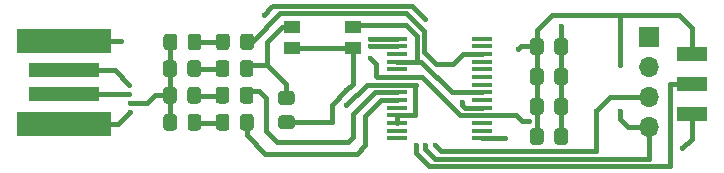
<source format=gbr>
%TF.GenerationSoftware,KiCad,Pcbnew,5.1.6-c6e7f7d~87~ubuntu18.04.1*%
%TF.CreationDate,2020-09-27T19:16:18+01:00*%
%TF.ProjectId,OLED_USB_Stick,4f4c4544-5f55-4534-925f-537469636b2e,rev?*%
%TF.SameCoordinates,Original*%
%TF.FileFunction,Copper,L1,Top*%
%TF.FilePolarity,Positive*%
%FSLAX46Y46*%
G04 Gerber Fmt 4.6, Leading zero omitted, Abs format (unit mm)*
G04 Created by KiCad (PCBNEW 5.1.6-c6e7f7d~87~ubuntu18.04.1) date 2020-09-27 19:16:18*
%MOMM*%
%LPD*%
G01*
G04 APERTURE LIST*
%TA.AperFunction,SMDPad,CuDef*%
%ADD10R,1.450000X1.000000*%
%TD*%
%TA.AperFunction,ComponentPad*%
%ADD11O,1.700000X1.700000*%
%TD*%
%TA.AperFunction,ComponentPad*%
%ADD12R,1.700000X1.700000*%
%TD*%
%TA.AperFunction,SMDPad,CuDef*%
%ADD13R,2.500000X1.200000*%
%TD*%
%TA.AperFunction,SMDPad,CuDef*%
%ADD14R,1.750000X0.450000*%
%TD*%
%TA.AperFunction,SMDPad,CuDef*%
%ADD15R,6.000000X1.200000*%
%TD*%
%TA.AperFunction,SMDPad,CuDef*%
%ADD16R,8.000000X2.000000*%
%TD*%
%TA.AperFunction,ViaPad*%
%ADD17C,0.400000*%
%TD*%
%TA.AperFunction,Conductor*%
%ADD18C,0.400000*%
%TD*%
G04 APERTURE END LIST*
D10*
%TO.P,SW2,1*%
%TO.N,GNDS*%
X153959000Y-74080000D03*
X148809000Y-74080000D03*
%TO.P,SW2,2*%
%TO.N,Net-(C10-Pad1)*%
X148809000Y-75780000D03*
X153959000Y-75780000D03*
%TD*%
%TO.P,R3,2*%
%TO.N,/USB_TO_RS232/SLEEP#*%
%TA.AperFunction,SMDPad,CuDef*%
G36*
G01*
X144417200Y-75748301D02*
X144417200Y-74848299D01*
G75*
G02*
X144667199Y-74598300I249999J0D01*
G01*
X145317201Y-74598300D01*
G75*
G02*
X145567200Y-74848299I0J-249999D01*
G01*
X145567200Y-75748301D01*
G75*
G02*
X145317201Y-75998300I-249999J0D01*
G01*
X144667199Y-75998300D01*
G75*
G02*
X144417200Y-75748301I0J249999D01*
G01*
G37*
%TD.AperFunction*%
%TO.P,R3,1*%
%TO.N,Net-(D3-Pad1)*%
%TA.AperFunction,SMDPad,CuDef*%
G36*
G01*
X142367200Y-75748301D02*
X142367200Y-74848299D01*
G75*
G02*
X142617199Y-74598300I249999J0D01*
G01*
X143267201Y-74598300D01*
G75*
G02*
X143517200Y-74848299I0J-249999D01*
G01*
X143517200Y-75748301D01*
G75*
G02*
X143267201Y-75998300I-249999J0D01*
G01*
X142617199Y-75998300D01*
G75*
G02*
X142367200Y-75748301I0J249999D01*
G01*
G37*
%TD.AperFunction*%
%TD*%
%TO.P,D1,2*%
%TO.N,+5V*%
%TA.AperFunction,SMDPad,CuDef*%
G36*
G01*
X139059500Y-81655499D02*
X139059500Y-82555501D01*
G75*
G02*
X138809501Y-82805500I-249999J0D01*
G01*
X138159499Y-82805500D01*
G75*
G02*
X137909500Y-82555501I0J249999D01*
G01*
X137909500Y-81655499D01*
G75*
G02*
X138159499Y-81405500I249999J0D01*
G01*
X138809501Y-81405500D01*
G75*
G02*
X139059500Y-81655499I0J-249999D01*
G01*
G37*
%TD.AperFunction*%
%TO.P,D1,1*%
%TO.N,Net-(D1-Pad1)*%
%TA.AperFunction,SMDPad,CuDef*%
G36*
G01*
X141109500Y-81655499D02*
X141109500Y-82555501D01*
G75*
G02*
X140859501Y-82805500I-249999J0D01*
G01*
X140209499Y-82805500D01*
G75*
G02*
X139959500Y-82555501I0J249999D01*
G01*
X139959500Y-81655499D01*
G75*
G02*
X140209499Y-81405500I249999J0D01*
G01*
X140859501Y-81405500D01*
G75*
G02*
X141109500Y-81655499I0J-249999D01*
G01*
G37*
%TD.AperFunction*%
%TD*%
%TO.P,R1,2*%
%TO.N,/USB_TO_RS232/TXLED#*%
%TA.AperFunction,SMDPad,CuDef*%
G36*
G01*
X144404500Y-82555501D02*
X144404500Y-81655499D01*
G75*
G02*
X144654499Y-81405500I249999J0D01*
G01*
X145304501Y-81405500D01*
G75*
G02*
X145554500Y-81655499I0J-249999D01*
G01*
X145554500Y-82555501D01*
G75*
G02*
X145304501Y-82805500I-249999J0D01*
G01*
X144654499Y-82805500D01*
G75*
G02*
X144404500Y-82555501I0J249999D01*
G01*
G37*
%TD.AperFunction*%
%TO.P,R1,1*%
%TO.N,Net-(D1-Pad1)*%
%TA.AperFunction,SMDPad,CuDef*%
G36*
G01*
X142354500Y-82555501D02*
X142354500Y-81655499D01*
G75*
G02*
X142604499Y-81405500I249999J0D01*
G01*
X143254501Y-81405500D01*
G75*
G02*
X143504500Y-81655499I0J-249999D01*
G01*
X143504500Y-82555501D01*
G75*
G02*
X143254501Y-82805500I-249999J0D01*
G01*
X142604499Y-82805500D01*
G75*
G02*
X142354500Y-82555501I0J249999D01*
G01*
G37*
%TD.AperFunction*%
%TD*%
%TO.P,R4,2*%
%TO.N,GNDS*%
%TA.AperFunction,SMDPad,CuDef*%
G36*
G01*
X144391800Y-78008901D02*
X144391800Y-77108899D01*
G75*
G02*
X144641799Y-76858900I249999J0D01*
G01*
X145291801Y-76858900D01*
G75*
G02*
X145541800Y-77108899I0J-249999D01*
G01*
X145541800Y-78008901D01*
G75*
G02*
X145291801Y-78258900I-249999J0D01*
G01*
X144641799Y-78258900D01*
G75*
G02*
X144391800Y-78008901I0J249999D01*
G01*
G37*
%TD.AperFunction*%
%TO.P,R4,1*%
%TO.N,Net-(D4-Pad1)*%
%TA.AperFunction,SMDPad,CuDef*%
G36*
G01*
X142341800Y-78008901D02*
X142341800Y-77108899D01*
G75*
G02*
X142591799Y-76858900I249999J0D01*
G01*
X143241801Y-76858900D01*
G75*
G02*
X143491800Y-77108899I0J-249999D01*
G01*
X143491800Y-78008901D01*
G75*
G02*
X143241801Y-78258900I-249999J0D01*
G01*
X142591799Y-78258900D01*
G75*
G02*
X142341800Y-78008901I0J249999D01*
G01*
G37*
%TD.AperFunction*%
%TD*%
%TO.P,R2,2*%
%TO.N,/USB_TO_RS232/RXLED#*%
%TA.AperFunction,SMDPad,CuDef*%
G36*
G01*
X144391800Y-80269501D02*
X144391800Y-79369499D01*
G75*
G02*
X144641799Y-79119500I249999J0D01*
G01*
X145291801Y-79119500D01*
G75*
G02*
X145541800Y-79369499I0J-249999D01*
G01*
X145541800Y-80269501D01*
G75*
G02*
X145291801Y-80519500I-249999J0D01*
G01*
X144641799Y-80519500D01*
G75*
G02*
X144391800Y-80269501I0J249999D01*
G01*
G37*
%TD.AperFunction*%
%TO.P,R2,1*%
%TO.N,Net-(D2-Pad1)*%
%TA.AperFunction,SMDPad,CuDef*%
G36*
G01*
X142341800Y-80269501D02*
X142341800Y-79369499D01*
G75*
G02*
X142591799Y-79119500I249999J0D01*
G01*
X143241801Y-79119500D01*
G75*
G02*
X143491800Y-79369499I0J-249999D01*
G01*
X143491800Y-80269501D01*
G75*
G02*
X143241801Y-80519500I-249999J0D01*
G01*
X142591799Y-80519500D01*
G75*
G02*
X142341800Y-80269501I0J249999D01*
G01*
G37*
%TD.AperFunction*%
%TD*%
D11*
%TO.P,J3,4*%
%TO.N,/MCU/I2C_SDA*%
X179070000Y-82550000D03*
%TO.P,J3,3*%
%TO.N,/MCU/I2C_SCL*%
X179070000Y-80010000D03*
%TO.P,J3,2*%
%TO.N,+5V*%
X179070000Y-77470000D03*
D12*
%TO.P,J3,1*%
%TO.N,GNDS*%
X179070000Y-74930000D03*
%TD*%
D13*
%TO.P,SW1,3*%
%TO.N,+3V3*%
X182676800Y-76301600D03*
%TO.P,SW1,2*%
%TO.N,Net-(SW1-Pad2)*%
X182676800Y-78841600D03*
%TO.P,SW1,1*%
%TO.N,Net-(R5-Pad1)*%
X182676800Y-81381600D03*
%TD*%
%TO.P,D4,2*%
%TO.N,+5V*%
%TA.AperFunction,SMDPad,CuDef*%
G36*
G01*
X139046800Y-77108899D02*
X139046800Y-78008901D01*
G75*
G02*
X138796801Y-78258900I-249999J0D01*
G01*
X138146799Y-78258900D01*
G75*
G02*
X137896800Y-78008901I0J249999D01*
G01*
X137896800Y-77108899D01*
G75*
G02*
X138146799Y-76858900I249999J0D01*
G01*
X138796801Y-76858900D01*
G75*
G02*
X139046800Y-77108899I0J-249999D01*
G01*
G37*
%TD.AperFunction*%
%TO.P,D4,1*%
%TO.N,Net-(D4-Pad1)*%
%TA.AperFunction,SMDPad,CuDef*%
G36*
G01*
X141096800Y-77108899D02*
X141096800Y-78008901D01*
G75*
G02*
X140846801Y-78258900I-249999J0D01*
G01*
X140196799Y-78258900D01*
G75*
G02*
X139946800Y-78008901I0J249999D01*
G01*
X139946800Y-77108899D01*
G75*
G02*
X140196799Y-76858900I249999J0D01*
G01*
X140846801Y-76858900D01*
G75*
G02*
X141096800Y-77108899I0J-249999D01*
G01*
G37*
%TD.AperFunction*%
%TD*%
%TO.P,C10,2*%
%TO.N,GNDS*%
%TA.AperFunction,SMDPad,CuDef*%
G36*
G01*
X148786001Y-80626800D02*
X147885999Y-80626800D01*
G75*
G02*
X147636000Y-80376801I0J249999D01*
G01*
X147636000Y-79726799D01*
G75*
G02*
X147885999Y-79476800I249999J0D01*
G01*
X148786001Y-79476800D01*
G75*
G02*
X149036000Y-79726799I0J-249999D01*
G01*
X149036000Y-80376801D01*
G75*
G02*
X148786001Y-80626800I-249999J0D01*
G01*
G37*
%TD.AperFunction*%
%TO.P,C10,1*%
%TO.N,Net-(C10-Pad1)*%
%TA.AperFunction,SMDPad,CuDef*%
G36*
G01*
X148786001Y-82676800D02*
X147885999Y-82676800D01*
G75*
G02*
X147636000Y-82426801I0J249999D01*
G01*
X147636000Y-81776799D01*
G75*
G02*
X147885999Y-81526800I249999J0D01*
G01*
X148786001Y-81526800D01*
G75*
G02*
X149036000Y-81776799I0J-249999D01*
G01*
X149036000Y-82426801D01*
G75*
G02*
X148786001Y-82676800I-249999J0D01*
G01*
G37*
%TD.AperFunction*%
%TD*%
D14*
%TO.P,U1,28*%
%TO.N,Net-(U1-Pad28)*%
X157690000Y-83473000D03*
%TO.P,U1,27*%
%TO.N,Net-(U1-Pad27)*%
X157690000Y-82823000D03*
%TO.P,U1,26*%
%TO.N,GNDS*%
X157690000Y-82173000D03*
%TO.P,U1,25*%
X157690000Y-81523000D03*
%TO.P,U1,24*%
%TO.N,N/C*%
X157690000Y-80873000D03*
%TO.P,U1,23*%
%TO.N,/USB_TO_RS232/TXLED#*%
X157690000Y-80223000D03*
%TO.P,U1,22*%
%TO.N,/USB_TO_RS232/RXLED#*%
X157690000Y-79573000D03*
%TO.P,U1,21*%
%TO.N,GNDS*%
X157690000Y-78923000D03*
%TO.P,U1,20*%
%TO.N,+5V*%
X157690000Y-78273000D03*
%TO.P,U1,19*%
%TO.N,Net-(U1-Pad19)*%
X157690000Y-77623000D03*
%TO.P,U1,18*%
%TO.N,GNDS*%
X157690000Y-76973000D03*
%TO.P,U1,17*%
%TO.N,Net-(U1-Pad17)*%
X157690000Y-76323000D03*
%TO.P,U1,16*%
%TO.N,Net-(J1-Pad2)*%
X157690000Y-75673000D03*
%TO.P,U1,15*%
%TO.N,Net-(J1-Pad3)*%
X157690000Y-75023000D03*
%TO.P,U1,14*%
%TO.N,Net-(U1-Pad14)*%
X164890000Y-75023000D03*
%TO.P,U1,13*%
%TO.N,Net-(U1-Pad13)*%
X164890000Y-75673000D03*
%TO.P,U1,12*%
%TO.N,/USB_TO_RS232/SLEEP#*%
X164890000Y-76323000D03*
%TO.P,U1,11*%
%TO.N,Net-(U1-Pad11)*%
X164890000Y-76973000D03*
%TO.P,U1,10*%
%TO.N,Net-(U1-Pad10)*%
X164890000Y-77623000D03*
%TO.P,U1,9*%
%TO.N,Net-(U1-Pad9)*%
X164890000Y-78273000D03*
%TO.P,U1,8*%
%TO.N,N/C*%
X164890000Y-78923000D03*
%TO.P,U1,7*%
%TO.N,GNDS*%
X164890000Y-79573000D03*
%TO.P,U1,6*%
%TO.N,Net-(U1-Pad6)*%
X164890000Y-80223000D03*
%TO.P,U1,5*%
%TO.N,/USB_TO_RS232/FT232_RX*%
X164890000Y-80873000D03*
%TO.P,U1,4*%
%TO.N,+5V*%
X164890000Y-81523000D03*
%TO.P,U1,3*%
%TO.N,Net-(U1-Pad3)*%
X164890000Y-82173000D03*
%TO.P,U1,2*%
%TO.N,Net-(U1-Pad2)*%
X164890000Y-82823000D03*
%TO.P,U1,1*%
%TO.N,/USB_TO_RS232/FT232_TX*%
X164890000Y-83473000D03*
%TD*%
D15*
%TO.P,J1,3*%
%TO.N,Net-(J1-Pad3)*%
X129540000Y-77724000D03*
%TO.P,J1,2*%
%TO.N,Net-(J1-Pad2)*%
X129540000Y-79756000D03*
D16*
%TO.P,J1,4*%
%TO.N,GNDS*%
X129540000Y-75247500D03*
%TO.P,J1,1*%
%TO.N,Net-(C1-Pad1)*%
X129540000Y-82232500D03*
%TD*%
%TO.P,D3,2*%
%TO.N,+5V*%
%TA.AperFunction,SMDPad,CuDef*%
G36*
G01*
X139072200Y-74860999D02*
X139072200Y-75761001D01*
G75*
G02*
X138822201Y-76011000I-249999J0D01*
G01*
X138172199Y-76011000D01*
G75*
G02*
X137922200Y-75761001I0J249999D01*
G01*
X137922200Y-74860999D01*
G75*
G02*
X138172199Y-74611000I249999J0D01*
G01*
X138822201Y-74611000D01*
G75*
G02*
X139072200Y-74860999I0J-249999D01*
G01*
G37*
%TD.AperFunction*%
%TO.P,D3,1*%
%TO.N,Net-(D3-Pad1)*%
%TA.AperFunction,SMDPad,CuDef*%
G36*
G01*
X141122200Y-74860999D02*
X141122200Y-75761001D01*
G75*
G02*
X140872201Y-76011000I-249999J0D01*
G01*
X140222199Y-76011000D01*
G75*
G02*
X139972200Y-75761001I0J249999D01*
G01*
X139972200Y-74860999D01*
G75*
G02*
X140222199Y-74611000I249999J0D01*
G01*
X140872201Y-74611000D01*
G75*
G02*
X141122200Y-74860999I0J-249999D01*
G01*
G37*
%TD.AperFunction*%
%TD*%
%TO.P,D2,2*%
%TO.N,+5V*%
%TA.AperFunction,SMDPad,CuDef*%
G36*
G01*
X139046800Y-79369499D02*
X139046800Y-80269501D01*
G75*
G02*
X138796801Y-80519500I-249999J0D01*
G01*
X138146799Y-80519500D01*
G75*
G02*
X137896800Y-80269501I0J249999D01*
G01*
X137896800Y-79369499D01*
G75*
G02*
X138146799Y-79119500I249999J0D01*
G01*
X138796801Y-79119500D01*
G75*
G02*
X139046800Y-79369499I0J-249999D01*
G01*
G37*
%TD.AperFunction*%
%TO.P,D2,1*%
%TO.N,Net-(D2-Pad1)*%
%TA.AperFunction,SMDPad,CuDef*%
G36*
G01*
X141096800Y-79369499D02*
X141096800Y-80269501D01*
G75*
G02*
X140846801Y-80519500I-249999J0D01*
G01*
X140196799Y-80519500D01*
G75*
G02*
X139946800Y-80269501I0J249999D01*
G01*
X139946800Y-79369499D01*
G75*
G02*
X140196799Y-79119500I249999J0D01*
G01*
X140846801Y-79119500D01*
G75*
G02*
X141096800Y-79369499I0J-249999D01*
G01*
G37*
%TD.AperFunction*%
%TD*%
%TO.P,C9,2*%
%TO.N,GNDS*%
%TA.AperFunction,SMDPad,CuDef*%
G36*
G01*
X171011000Y-78682001D02*
X171011000Y-77781999D01*
G75*
G02*
X171260999Y-77532000I249999J0D01*
G01*
X171911001Y-77532000D01*
G75*
G02*
X172161000Y-77781999I0J-249999D01*
G01*
X172161000Y-78682001D01*
G75*
G02*
X171911001Y-78932000I-249999J0D01*
G01*
X171260999Y-78932000D01*
G75*
G02*
X171011000Y-78682001I0J249999D01*
G01*
G37*
%TD.AperFunction*%
%TO.P,C9,1*%
%TO.N,+3V3*%
%TA.AperFunction,SMDPad,CuDef*%
G36*
G01*
X168961000Y-78682001D02*
X168961000Y-77781999D01*
G75*
G02*
X169210999Y-77532000I249999J0D01*
G01*
X169861001Y-77532000D01*
G75*
G02*
X170111000Y-77781999I0J-249999D01*
G01*
X170111000Y-78682001D01*
G75*
G02*
X169861001Y-78932000I-249999J0D01*
G01*
X169210999Y-78932000D01*
G75*
G02*
X168961000Y-78682001I0J249999D01*
G01*
G37*
%TD.AperFunction*%
%TD*%
%TO.P,C7,2*%
%TO.N,GNDS*%
%TA.AperFunction,SMDPad,CuDef*%
G36*
G01*
X171011000Y-83762001D02*
X171011000Y-82861999D01*
G75*
G02*
X171260999Y-82612000I249999J0D01*
G01*
X171911001Y-82612000D01*
G75*
G02*
X172161000Y-82861999I0J-249999D01*
G01*
X172161000Y-83762001D01*
G75*
G02*
X171911001Y-84012000I-249999J0D01*
G01*
X171260999Y-84012000D01*
G75*
G02*
X171011000Y-83762001I0J249999D01*
G01*
G37*
%TD.AperFunction*%
%TO.P,C7,1*%
%TO.N,+3V3*%
%TA.AperFunction,SMDPad,CuDef*%
G36*
G01*
X168961000Y-83762001D02*
X168961000Y-82861999D01*
G75*
G02*
X169210999Y-82612000I249999J0D01*
G01*
X169861001Y-82612000D01*
G75*
G02*
X170111000Y-82861999I0J-249999D01*
G01*
X170111000Y-83762001D01*
G75*
G02*
X169861001Y-84012000I-249999J0D01*
G01*
X169210999Y-84012000D01*
G75*
G02*
X168961000Y-83762001I0J249999D01*
G01*
G37*
%TD.AperFunction*%
%TD*%
%TO.P,C6,2*%
%TO.N,GNDS*%
%TA.AperFunction,SMDPad,CuDef*%
G36*
G01*
X171011000Y-76142001D02*
X171011000Y-75241999D01*
G75*
G02*
X171260999Y-74992000I249999J0D01*
G01*
X171911001Y-74992000D01*
G75*
G02*
X172161000Y-75241999I0J-249999D01*
G01*
X172161000Y-76142001D01*
G75*
G02*
X171911001Y-76392000I-249999J0D01*
G01*
X171260999Y-76392000D01*
G75*
G02*
X171011000Y-76142001I0J249999D01*
G01*
G37*
%TD.AperFunction*%
%TO.P,C6,1*%
%TO.N,+3V3*%
%TA.AperFunction,SMDPad,CuDef*%
G36*
G01*
X168961000Y-76142001D02*
X168961000Y-75241999D01*
G75*
G02*
X169210999Y-74992000I249999J0D01*
G01*
X169861001Y-74992000D01*
G75*
G02*
X170111000Y-75241999I0J-249999D01*
G01*
X170111000Y-76142001D01*
G75*
G02*
X169861001Y-76392000I-249999J0D01*
G01*
X169210999Y-76392000D01*
G75*
G02*
X168961000Y-76142001I0J249999D01*
G01*
G37*
%TD.AperFunction*%
%TD*%
%TO.P,C4,2*%
%TO.N,GNDS*%
%TA.AperFunction,SMDPad,CuDef*%
G36*
G01*
X171011000Y-81222001D02*
X171011000Y-80321999D01*
G75*
G02*
X171260999Y-80072000I249999J0D01*
G01*
X171911001Y-80072000D01*
G75*
G02*
X172161000Y-80321999I0J-249999D01*
G01*
X172161000Y-81222001D01*
G75*
G02*
X171911001Y-81472000I-249999J0D01*
G01*
X171260999Y-81472000D01*
G75*
G02*
X171011000Y-81222001I0J249999D01*
G01*
G37*
%TD.AperFunction*%
%TO.P,C4,1*%
%TO.N,+3V3*%
%TA.AperFunction,SMDPad,CuDef*%
G36*
G01*
X168961000Y-81222001D02*
X168961000Y-80321999D01*
G75*
G02*
X169210999Y-80072000I249999J0D01*
G01*
X169861001Y-80072000D01*
G75*
G02*
X170111000Y-80321999I0J-249999D01*
G01*
X170111000Y-81222001D01*
G75*
G02*
X169861001Y-81472000I-249999J0D01*
G01*
X169210999Y-81472000D01*
G75*
G02*
X168961000Y-81222001I0J249999D01*
G01*
G37*
%TD.AperFunction*%
%TD*%
D17*
%TO.N,GNDS*%
X153416000Y-80645000D03*
X146685000Y-76327000D03*
X134302500Y-75247500D03*
X171577000Y-73977500D03*
X156464000Y-73914000D03*
%TO.N,Net-(C1-Pad1)*%
X135128000Y-81280000D03*
%TO.N,+5V*%
X168910000Y-82042000D03*
X135128000Y-80518000D03*
X155448000Y-76708000D03*
%TO.N,+3V3*%
X167957500Y-75946000D03*
X176593500Y-77279500D03*
%TO.N,Net-(J1-Pad3)*%
X135001000Y-78930500D03*
X155448000Y-75023000D03*
%TO.N,Net-(J1-Pad2)*%
X135000964Y-79756010D03*
X155448000Y-75692000D03*
%TO.N,/MCU/I2C_SDA*%
X160090000Y-84074000D03*
X176593500Y-81153000D03*
%TO.N,/MCU/I2C_SCL*%
X160890000Y-84055000D03*
X174561500Y-81153000D03*
%TO.N,Net-(C10-Pad1)*%
X153416000Y-79375000D03*
%TO.N,Net-(R5-Pad1)*%
X181864000Y-84328000D03*
%TO.N,Net-(SW1-Pad2)*%
X159290000Y-84074000D03*
%TO.N,/USB_TO_RS232/FT232_RX*%
X163195000Y-80391000D03*
%TO.N,/USB_TO_RS232/FT232_TX*%
X166844000Y-83473000D03*
%TO.N,Net-(D5-Pad2)*%
X146431000Y-73025000D03*
X160083500Y-73406000D03*
%TD*%
D18*
%TO.N,GNDS*%
X171586000Y-78232000D02*
X171595000Y-78223000D01*
X157690000Y-81523000D02*
X157690000Y-82173000D01*
X159370600Y-76973000D02*
X157690000Y-76973000D01*
X171586000Y-80772000D02*
X171586000Y-83312000D01*
X171586000Y-80772000D02*
X171586000Y-78232000D01*
X171586000Y-78232000D02*
X171586000Y-75692000D01*
X157690000Y-78923000D02*
X159265500Y-78923000D01*
X159258000Y-81523000D02*
X157690000Y-81523000D01*
X159258000Y-78930500D02*
X159258000Y-81523000D01*
X159265500Y-78923000D02*
X159258000Y-78930500D01*
X159713500Y-76973000D02*
X159370600Y-76973000D01*
X164890000Y-79573000D02*
X162313500Y-79573000D01*
X162313500Y-79573000D02*
X159713500Y-76973000D01*
X156484200Y-78923000D02*
X157690000Y-78923000D01*
X155138000Y-78923000D02*
X156484200Y-78923000D01*
X153416000Y-80645000D02*
X155138000Y-78923000D01*
X144966800Y-77241400D02*
X146685000Y-77241400D01*
X148336000Y-78892400D02*
X148336000Y-80051800D01*
X146685000Y-77241400D02*
X148336000Y-78892400D01*
X146685000Y-77241400D02*
X146685000Y-76327000D01*
X129540000Y-75247500D02*
X134302500Y-75247500D01*
X171586000Y-75692000D02*
X171586000Y-73977500D01*
X171586000Y-73977500D02*
X171577000Y-73977500D01*
X159370600Y-74839400D02*
X159370600Y-76973000D01*
X156464000Y-73914000D02*
X158445200Y-73914000D01*
X158445200Y-73914000D02*
X159370600Y-74839400D01*
X154125000Y-73914000D02*
X153959000Y-74080000D01*
X156464000Y-73914000D02*
X154125000Y-73914000D01*
X146685000Y-75311000D02*
X146685000Y-76327000D01*
X148809000Y-74080000D02*
X147916000Y-74080000D01*
X147916000Y-74080000D02*
X146685000Y-75311000D01*
%TO.N,Net-(C1-Pad1)*%
X135128000Y-81280000D02*
X134112000Y-82296000D01*
X134112000Y-82296000D02*
X129603500Y-82296000D01*
X129603500Y-82296000D02*
X129540000Y-82232500D01*
%TO.N,+5V*%
X138471800Y-77558900D02*
X138471800Y-79844900D01*
X138471800Y-79844900D02*
X138471800Y-82130900D01*
X138506200Y-77724000D02*
X138506200Y-75320000D01*
X138497200Y-81220200D02*
X138497200Y-81915000D01*
X159807000Y-78273000D02*
X157690000Y-78273000D01*
X164890000Y-81523000D02*
X163057000Y-81523000D01*
X163057000Y-81523000D02*
X159807000Y-78273000D01*
X168275000Y-82042000D02*
X168910000Y-82042000D01*
X167756000Y-81523000D02*
X168275000Y-82042000D01*
X164890000Y-81523000D02*
X167756000Y-81523000D01*
X136525000Y-80518000D02*
X135128000Y-80518000D01*
X138471800Y-79819500D02*
X137223500Y-79819500D01*
X137223500Y-79819500D02*
X136525000Y-80518000D01*
X155448000Y-76708000D02*
X155956000Y-77216000D01*
X155997000Y-78273000D02*
X157690000Y-78273000D01*
X155956000Y-77216000D02*
X155956000Y-78232000D01*
X155956000Y-78232000D02*
X155997000Y-78273000D01*
%TO.N,+3V3*%
X169536000Y-83312000D02*
X169536000Y-75692000D01*
X182067200Y-76327000D02*
X182651400Y-76327000D01*
X182651400Y-76327000D02*
X182676800Y-76301600D01*
X167957500Y-75946000D02*
X168211500Y-75692000D01*
X168211500Y-75692000D02*
X169536000Y-75692000D01*
X169536000Y-75692000D02*
X169536000Y-74304000D01*
X169536000Y-74304000D02*
X170815000Y-73025000D01*
X170815000Y-73025000D02*
X172720000Y-73025000D01*
X182676800Y-74091800D02*
X182676800Y-76301600D01*
X181610000Y-73025000D02*
X182676800Y-74091800D01*
X176593500Y-73088500D02*
X176530000Y-73025000D01*
X176593500Y-77279500D02*
X176593500Y-73088500D01*
X172720000Y-73025000D02*
X176530000Y-73025000D01*
X176530000Y-73025000D02*
X181610000Y-73025000D01*
%TO.N,Net-(D1-Pad1)*%
X142916800Y-82130900D02*
X140521800Y-82130900D01*
%TO.N,Net-(D2-Pad1)*%
X142916800Y-79844900D02*
X140521800Y-79844900D01*
%TO.N,Net-(D3-Pad1)*%
X142942200Y-75311000D02*
X140547200Y-75311000D01*
%TO.N,Net-(J1-Pad3)*%
X129540000Y-77724000D02*
X133794500Y-77724000D01*
X133794500Y-77724000D02*
X135001000Y-78930500D01*
X155448000Y-75023000D02*
X157690000Y-75023000D01*
%TO.N,Net-(J1-Pad2)*%
X135000954Y-79756000D02*
X135000964Y-79756010D01*
X129540000Y-79756000D02*
X135000954Y-79756000D01*
X155448000Y-75692000D02*
X155467000Y-75673000D01*
X155467000Y-75673000D02*
X157690000Y-75673000D01*
%TO.N,/MCU/I2C_SDA*%
X179070000Y-85153500D02*
X179070000Y-82550000D01*
X179006500Y-85217000D02*
X179070000Y-85153500D01*
X160909000Y-85217000D02*
X179006500Y-85217000D01*
X160090000Y-84074000D02*
X160090000Y-84398000D01*
X160090000Y-84398000D02*
X160909000Y-85217000D01*
X177292000Y-82550000D02*
X179070000Y-82550000D01*
X176593500Y-81153000D02*
X176593500Y-81851500D01*
X176593500Y-81851500D02*
X177292000Y-82550000D01*
%TO.N,/MCU/I2C_SCL*%
X160890000Y-84055000D02*
X161417000Y-84582000D01*
X175704500Y-80010000D02*
X174561500Y-81153000D01*
X179070000Y-80010000D02*
X175704500Y-80010000D01*
X174561500Y-81153000D02*
X174561500Y-84582000D01*
X161417000Y-84582000D02*
X174561500Y-84582000D01*
%TO.N,/USB_TO_RS232/TXLED#*%
X144979500Y-81788000D02*
X144979500Y-83194000D01*
X144979500Y-83194000D02*
X146558000Y-84772500D01*
X146558000Y-84772500D02*
X154305000Y-84772500D01*
X154305000Y-84772500D02*
X155003500Y-84074000D01*
X155003500Y-84074000D02*
X155003500Y-81597500D01*
X156378000Y-80223000D02*
X157690000Y-80223000D01*
X155003500Y-81597500D02*
X156378000Y-80223000D01*
%TO.N,/USB_TO_RS232/RXLED#*%
X157690000Y-79573000D02*
X155821500Y-79573000D01*
X155821500Y-79573000D02*
X153987500Y-81407000D01*
X153987500Y-81407000D02*
X153987500Y-83375500D01*
X153987500Y-83375500D02*
X153543000Y-83820000D01*
X153543000Y-83820000D02*
X147574000Y-83820000D01*
X147574000Y-83820000D02*
X146621500Y-82867500D01*
X146621500Y-82867500D02*
X146621500Y-80073500D01*
X146050000Y-79502000D02*
X144966800Y-79502000D01*
X146621500Y-80073500D02*
X146050000Y-79502000D01*
%TO.N,/USB_TO_RS232/SLEEP#*%
X164894000Y-76327000D02*
X164890000Y-76323000D01*
X163262500Y-76323000D02*
X164890000Y-76323000D01*
X161036000Y-77152500D02*
X162433000Y-77152500D01*
X145427700Y-75298300D02*
X147828000Y-72898000D01*
X160020000Y-74422000D02*
X160020000Y-76136500D01*
X144992200Y-75298300D02*
X145427700Y-75298300D01*
X147828000Y-72898000D02*
X158496000Y-72898000D01*
X162433000Y-77152500D02*
X163262500Y-76323000D01*
X158496000Y-72898000D02*
X160020000Y-74422000D01*
X160020000Y-76136500D02*
X161036000Y-77152500D01*
%TO.N,Net-(C10-Pad1)*%
X152168200Y-82101800D02*
X152171400Y-82105000D01*
X148336000Y-82101800D02*
X152168200Y-82101800D01*
X152171400Y-82105000D02*
X152171400Y-80619600D01*
X152171400Y-80619600D02*
X153416000Y-79375000D01*
X148809000Y-75780000D02*
X153959000Y-75780000D01*
X153959000Y-78832000D02*
X153416000Y-79375000D01*
X153959000Y-75780000D02*
X153959000Y-78832000D01*
%TO.N,Net-(D4-Pad1)*%
X142916800Y-77558900D02*
X140521800Y-77558900D01*
%TO.N,Net-(R5-Pad1)*%
X182676800Y-83515200D02*
X182676800Y-81381600D01*
X181864000Y-84328000D02*
X182676800Y-83515200D01*
%TO.N,Net-(SW1-Pad2)*%
X182651400Y-78867000D02*
X182676800Y-78841600D01*
X160401000Y-85852000D02*
X180848000Y-85852000D01*
X180848000Y-78867000D02*
X182651400Y-78867000D01*
X180848000Y-85852000D02*
X180848000Y-78867000D01*
X159290000Y-84074000D02*
X159290000Y-84741000D01*
X159290000Y-84741000D02*
X160401000Y-85852000D01*
%TO.N,/USB_TO_RS232/FT232_RX*%
X163423000Y-80873000D02*
X164890000Y-80873000D01*
X163195000Y-80645000D02*
X163423000Y-80873000D01*
X163195000Y-80391000D02*
X163195000Y-80645000D01*
%TO.N,/USB_TO_RS232/FT232_TX*%
X164890000Y-83473000D02*
X166844000Y-83473000D01*
%TO.N,Net-(D5-Pad2)*%
X160083500Y-73406000D02*
X158940500Y-72263000D01*
X158940500Y-72263000D02*
X147193000Y-72263000D01*
X147193000Y-72263000D02*
X147066000Y-72390000D01*
X147066000Y-72390000D02*
X146431000Y-73025000D01*
%TD*%
M02*

</source>
